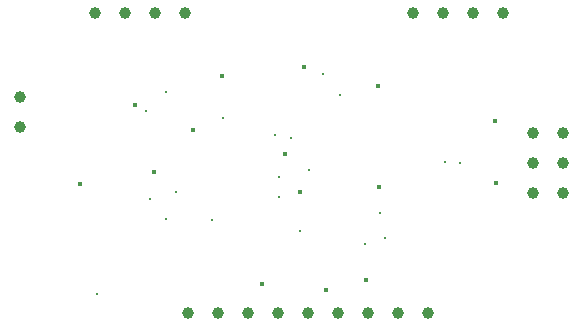
<source format=gbr>
%TF.GenerationSoftware,KiCad,Pcbnew,8.0.8*%
%TF.CreationDate,2025-02-04T21:51:54-04:00*%
%TF.ProjectId,ATMega328P-512K-Datalogger-4L,41544d65-6761-4333-9238-502d3531324b,1*%
%TF.SameCoordinates,Original*%
%TF.FileFunction,Plated,1,4,PTH,Drill*%
%TF.FilePolarity,Positive*%
%FSLAX46Y46*%
G04 Gerber Fmt 4.6, Leading zero omitted, Abs format (unit mm)*
G04 Created by KiCad (PCBNEW 8.0.8) date 2025-02-04 21:51:54*
%MOMM*%
%LPD*%
G01*
G04 APERTURE LIST*
%TA.AperFunction,ViaDrill*%
%ADD10C,0.300000*%
%TD*%
%TA.AperFunction,ViaDrill*%
%ADD11C,0.400000*%
%TD*%
%TA.AperFunction,ComponentDrill*%
%ADD12C,1.000000*%
%TD*%
G04 APERTURE END LIST*
D10*
X131546600Y-113157000D03*
X135641429Y-97602215D03*
X136017000Y-105079800D03*
X137312400Y-106807000D03*
X137388600Y-96037400D03*
X138201400Y-104518000D03*
X141249400Y-106908600D03*
X142214600Y-98247200D03*
X146583400Y-99644200D03*
X146888200Y-104927400D03*
X146913600Y-103225600D03*
X147929600Y-99898200D03*
X148717000Y-107797600D03*
X149416600Y-102673409D03*
X150672800Y-94513400D03*
X152095200Y-96279800D03*
X154178000Y-108915200D03*
X155473400Y-106299000D03*
X155905200Y-108356400D03*
X160934400Y-101955600D03*
X162229800Y-102031800D03*
D11*
X130048000Y-103860600D03*
X134747000Y-97155000D03*
X136347200Y-102793800D03*
X139674600Y-99212400D03*
X142113000Y-94665800D03*
X145516600Y-112293400D03*
X147447000Y-101295200D03*
X148691600Y-104521000D03*
X149047200Y-93903800D03*
X150932614Y-112787400D03*
X154254200Y-111912400D03*
X155295600Y-95554800D03*
X155422600Y-104089200D03*
X165227000Y-98475800D03*
X165328600Y-103733600D03*
D12*
%TO.C,BT1*%
X124968000Y-96438000D03*
X124968000Y-98978000D03*
%TO.C,I2C*%
X131350000Y-89370000D03*
X133890000Y-89370000D03*
X136430000Y-89370000D03*
X138970000Y-89370000D03*
%TO.C,GPIO*%
X139192000Y-114770000D03*
X141732000Y-114770000D03*
X144272000Y-114770000D03*
X146812000Y-114770000D03*
X149352000Y-114770000D03*
X151892000Y-114770000D03*
X154432000Y-114770000D03*
X156972000Y-114770000D03*
%TO.C,Serial*%
X158242000Y-89370000D03*
%TO.C,GPIO*%
X159512000Y-114770000D03*
%TO.C,Serial*%
X160782000Y-89370000D03*
X163322000Y-89370000D03*
X165862000Y-89370000D03*
%TO.C,ICSP*%
X168402000Y-99530000D03*
X168402000Y-102070000D03*
X168402000Y-104610000D03*
X170942000Y-99530000D03*
X170942000Y-102070000D03*
X170942000Y-104610000D03*
M02*

</source>
